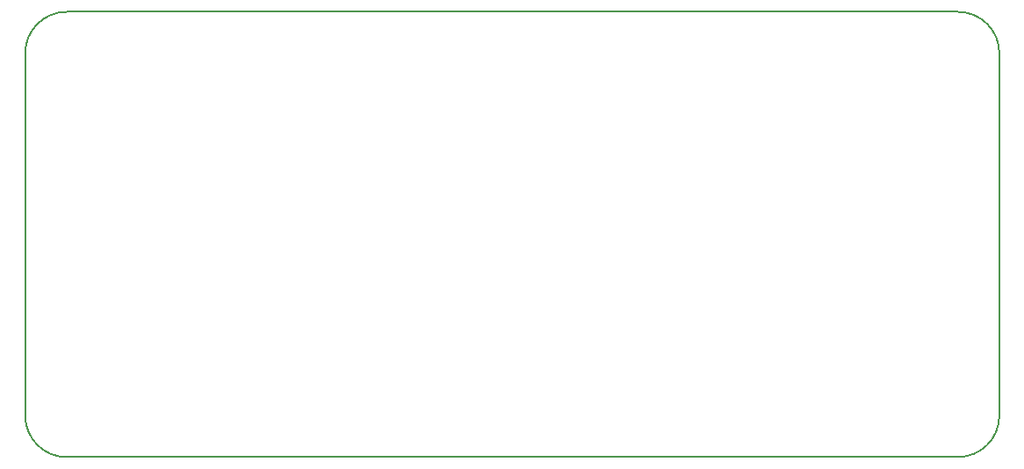
<source format=gbr>
%TF.GenerationSoftware,KiCad,Pcbnew,7.0.6*%
%TF.CreationDate,2023-08-31T11:47:23-07:00*%
%TF.ProjectId,dmxTx,646d7854-782e-46b6-9963-61645f706362,rev?*%
%TF.SameCoordinates,Original*%
%TF.FileFunction,Profile,NP*%
%FSLAX46Y46*%
G04 Gerber Fmt 4.6, Leading zero omitted, Abs format (unit mm)*
G04 Created by KiCad (PCBNEW 7.0.6) date 2023-08-31 11:47:23*
%MOMM*%
%LPD*%
G01*
G04 APERTURE LIST*
%TA.AperFunction,Profile*%
%ADD10C,0.150000*%
%TD*%
G04 APERTURE END LIST*
D10*
X137999999Y-64000001D02*
X52000000Y-64000000D01*
X141999999Y-68000001D02*
X141999999Y-102999999D01*
X48000000Y-103000000D02*
G75*
G03*
X52000000Y-107000000I4000000J0D01*
G01*
X48000000Y-68000000D02*
X48000000Y-103000000D01*
X141999999Y-68000001D02*
G75*
G03*
X137999999Y-64000001I-3999999J1D01*
G01*
X137999999Y-106999999D02*
X52000000Y-107000000D01*
X137999999Y-106999999D02*
G75*
G03*
X141999999Y-102999999I1J3999999D01*
G01*
X52000000Y-64000000D02*
G75*
G03*
X48000000Y-68000000I0J-4000000D01*
G01*
M02*

</source>
